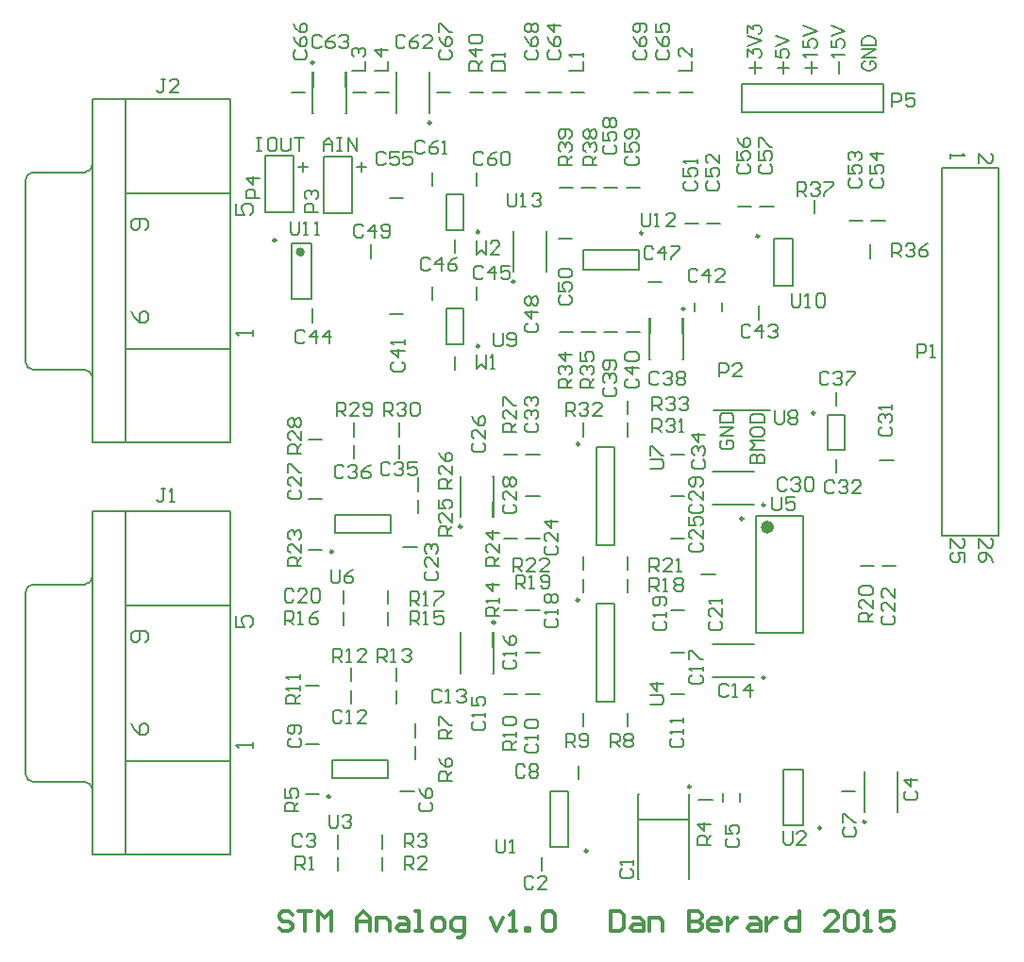
<source format=gto>
%FSLAX25Y25*%
%MOIN*%
G70*
G01*
G75*
G04 Layer_Color=65535*
%ADD10O,0.07874X0.01201*%
%ADD11R,0.05512X0.04724*%
%ADD12R,0.04724X0.05512*%
%ADD13O,0.08661X0.02362*%
%ADD14O,0.07087X0.01772*%
%ADD15R,0.08661X0.07874*%
%ADD16R,0.07874X0.08661*%
%ADD17O,0.09843X0.02756*%
%ADD18O,0.02756X0.09843*%
%ADD19O,0.02362X0.08661*%
%ADD20R,0.06693X0.04331*%
%ADD21R,0.09449X0.10236*%
%ADD22R,0.10236X0.04331*%
%ADD23C,0.01575*%
%ADD24C,0.00787*%
%ADD25C,0.04724*%
%ADD26C,0.02362*%
%ADD27C,0.02756*%
%ADD28C,0.03937*%
%ADD29R,0.05906X0.05906*%
%ADD30C,0.05906*%
%ADD31R,0.27559X0.27559*%
%ADD32R,0.05906X0.05906*%
%ADD33C,0.06654*%
%ADD34R,0.06654X0.06654*%
%ADD35C,0.18740*%
%ADD36C,0.03583*%
%ADD37C,0.05906*%
%ADD38C,0.00984*%
%ADD39C,0.00800*%
%ADD40C,0.01181*%
%ADD41C,0.00591*%
D23*
X69291Y246850D02*
G03*
X69291Y246850I-787J0D01*
G01*
D24*
X-4941Y202520D02*
G03*
X-7677Y205256I-2736J0D01*
G01*
X-28543Y208012D02*
G03*
X-25807Y205276I2736J0D01*
G01*
X-7677Y275059D02*
G03*
X-4941Y277795I0J2736D01*
G01*
X-25807Y275039D02*
G03*
X-28543Y272303I0J-2736D01*
G01*
X-25807Y129370D02*
G03*
X-28543Y126634I0J-2736D01*
G01*
X-7677Y129390D02*
G03*
X-4941Y132126I0J2736D01*
G01*
X-28543Y62343D02*
G03*
X-25807Y59606I2736J0D01*
G01*
X-4941Y56850D02*
G03*
X-7677Y59587I-2736J0D01*
G01*
X235925Y234744D02*
X242421D01*
X235925Y251476D02*
X242421D01*
Y234744D02*
Y251476D01*
X235925Y234744D02*
Y251476D01*
X191535Y236221D02*
X196260D01*
X295197Y146654D02*
X315197D01*
X295197Y276654D02*
X315197D01*
Y146654D02*
Y276654D01*
X295197Y146654D02*
Y276654D01*
X250000Y260433D02*
Y265158D01*
X214331Y190866D02*
X234331D01*
X66024Y260748D02*
Y280748D01*
X56024D02*
X66024D01*
X56024Y260748D02*
Y280748D01*
Y260748D02*
X66024D01*
X86693Y260591D02*
Y280591D01*
X76693D02*
X86693D01*
X76693Y260591D02*
Y280591D01*
Y260591D02*
X86693D01*
X269685Y244685D02*
Y249410D01*
X65354Y230315D02*
Y250000D01*
X72441Y230315D02*
Y250000D01*
X65354D02*
X72441D01*
X65354Y230315D02*
X72441D01*
X93504Y244685D02*
Y249410D01*
X72835Y222047D02*
Y226772D01*
X123031Y205315D02*
Y210039D01*
Y246654D02*
Y251378D01*
X274213Y135827D02*
X278937D01*
X257874Y192520D02*
Y197244D01*
Y168898D02*
Y173622D01*
X266339Y135827D02*
X271063D01*
X273228Y173228D02*
X277953D01*
X254823Y176772D02*
Y189370D01*
X260925Y176772D02*
Y189370D01*
X254823D02*
X260925D01*
X254823Y176772D02*
X260925D01*
X136811Y153150D02*
Y167717D01*
X125000Y153150D02*
Y167717D01*
X136614D02*
X136811D01*
X136614Y153150D02*
Y158465D01*
X125000Y167717D02*
X125197D01*
Y153150D02*
Y158465D01*
X202362Y303150D02*
X207087D01*
X156102D02*
X160827D01*
X148228D02*
X152953D01*
X223032Y262795D02*
X227756D01*
X155512Y239764D02*
Y254331D01*
X143701Y239764D02*
Y254331D01*
X155315D02*
X155512D01*
X155315Y239764D02*
Y245079D01*
X143701Y254331D02*
X143898D01*
Y239764D02*
Y245079D01*
X270276Y257874D02*
X275000D01*
X204331Y256890D02*
X209055D01*
X214173Y169291D02*
X228740D01*
X214173Y157480D02*
X228740D01*
X214173Y169095D02*
Y169291D01*
X223425Y169095D02*
X228740D01*
X214173Y157480D02*
Y157677D01*
X223425D02*
X228740D01*
X214173Y108268D02*
X228740D01*
X214173Y96457D02*
X228740D01*
X214173Y108071D02*
Y108268D01*
X223425Y108071D02*
X228740D01*
X214173Y96457D02*
Y96654D01*
X223425D02*
X228740D01*
X191929Y208858D02*
Y223425D01*
X203740Y208858D02*
Y223425D01*
X191929Y208858D02*
X192126D01*
Y218110D02*
Y223425D01*
X203543Y208858D02*
X203740D01*
X203543Y218110D02*
Y223425D01*
X125000Y98032D02*
Y112599D01*
X136811Y98032D02*
Y112599D01*
X125000Y98032D02*
X125197D01*
Y107283D02*
Y112599D01*
X136614Y98032D02*
X136811D01*
X136614Y107283D02*
Y112599D01*
X224331Y296181D02*
Y306181D01*
X274331D01*
X224331Y296181D02*
X274331D01*
Y306181D01*
X199409Y145669D02*
X204134D01*
X199409Y175197D02*
X204134D01*
X199409Y90551D02*
X204134D01*
X199409Y120079D02*
X204134D01*
X148228Y145669D02*
X152953D01*
X173031Y143110D02*
X179331D01*
X173031Y177756D02*
X179331D01*
Y143110D02*
Y177756D01*
X173031Y143110D02*
Y177756D01*
X80709Y147441D02*
X100394D01*
X80709Y153740D02*
X100394D01*
X80709Y147441D02*
Y153740D01*
X100394Y147441D02*
Y153740D01*
X79725Y60827D02*
X99410D01*
X79725Y67126D02*
X99410D01*
X79725Y60827D02*
Y67126D01*
X99410Y60827D02*
Y67126D01*
X238976Y63976D02*
X246063D01*
X238976Y44291D02*
X246063D01*
X238976D02*
Y63976D01*
X246063Y44291D02*
Y63976D01*
X162992Y36417D02*
Y56102D01*
X156693Y36417D02*
Y56102D01*
Y36417D02*
X162992D01*
X156693Y56102D02*
X162992D01*
X229528Y112205D02*
Y153543D01*
X246063Y112205D02*
Y153543D01*
X229528D02*
X246063D01*
X229528Y112205D02*
X246063D01*
X173031Y87992D02*
X179331D01*
X173031Y122638D02*
X179331D01*
Y87992D02*
Y122638D01*
X173031Y87992D02*
Y122638D01*
X119980Y226772D02*
X126083D01*
X119980Y214173D02*
X126083D01*
X119980D02*
Y226772D01*
X126083Y214173D02*
Y226772D01*
X119980Y267126D02*
X126083D01*
X119980Y254528D02*
X126083D01*
X119980D02*
Y267126D01*
X126083Y254528D02*
Y267126D01*
X168307Y247638D02*
X187992D01*
X168307Y240551D02*
X187992D01*
Y247638D01*
X168307Y240551D02*
Y247638D01*
X103347Y181693D02*
Y186417D01*
X102362Y95079D02*
Y99803D01*
X110236Y162402D02*
Y167126D01*
X109252Y75394D02*
Y80118D01*
X71457Y180512D02*
X76181D01*
X70473Y93504D02*
X75197D01*
X110236Y154528D02*
Y159252D01*
X109252Y67520D02*
Y72244D01*
X87599Y181693D02*
Y186417D01*
X86614Y95079D02*
Y99803D01*
X71457Y141732D02*
X76181D01*
X70473Y55118D02*
X75197D01*
X99410Y114764D02*
Y119488D01*
X97441Y28150D02*
Y32874D01*
X99410Y122638D02*
Y127362D01*
X97441Y36024D02*
Y40748D01*
X83662Y114764D02*
Y119488D01*
X81693Y28150D02*
Y32874D01*
X184055Y181693D02*
Y186417D01*
X140354Y175197D02*
X145079D01*
X168307Y181693D02*
Y186417D01*
X184055Y189567D02*
Y194291D01*
X184055Y79331D02*
Y84055D01*
X140354Y90551D02*
X145079D01*
X168307Y79331D02*
Y84055D01*
X184055Y126575D02*
Y131299D01*
X209252Y53150D02*
X213976D01*
X140354Y120079D02*
X145079D01*
X168307Y126575D02*
Y131299D01*
X184055Y134449D02*
Y139173D01*
X140354Y145669D02*
X145079D01*
X168307Y134449D02*
Y139173D01*
X160039Y218504D02*
X164764D01*
X160039Y269685D02*
X164764D01*
X104921Y142717D02*
X109646D01*
X103937Y56102D02*
X108661D01*
X71457Y159449D02*
X76181D01*
X70473Y72835D02*
X75197D01*
X103347Y173819D02*
Y178543D01*
X102362Y87205D02*
Y91929D01*
X87599Y173819D02*
Y178543D01*
X86614Y87205D02*
Y91929D01*
X83662Y122638D02*
Y127362D01*
X81693Y36024D02*
Y40748D01*
X199409Y105315D02*
X204134D01*
X166732Y60630D02*
Y65354D01*
X199409Y160433D02*
X204134D01*
X210236Y132874D02*
X214961D01*
X259843Y56102D02*
X264567D01*
X148228Y105315D02*
X152953D01*
X153937Y28150D02*
Y32874D01*
X148228Y160433D02*
X152953D01*
X148228Y175197D02*
X152953D01*
X223819Y52559D02*
Y55709D01*
X217913Y52559D02*
Y55709D01*
X148228Y90551D02*
X152953D01*
X279528Y48819D02*
Y63386D01*
X267717Y48819D02*
Y63386D01*
X279331D02*
X279528D01*
X279331Y48819D02*
Y54134D01*
X267717Y63386D02*
X267913D01*
Y48819D02*
Y54134D01*
X205709Y25394D02*
X205906D01*
X187795D02*
X187992D01*
X187795D02*
Y55315D01*
X205906Y25394D02*
Y55315D01*
X187795D02*
X187992D01*
X205709D02*
X205906D01*
X187795Y46260D02*
X205906D01*
X148228Y120079D02*
X152953D01*
X100000Y225000D02*
X104724D01*
X100000Y265748D02*
X104725D01*
X159744Y251476D02*
X164469D01*
X262402Y257874D02*
X267126D01*
X212205Y256890D02*
X216929D01*
X115157Y270276D02*
Y275000D01*
Y229921D02*
Y234646D01*
X130906Y270276D02*
Y275000D01*
Y229921D02*
Y234646D01*
X183661Y218504D02*
X188386D01*
X230906Y262795D02*
X235630D01*
X217323Y225787D02*
Y228937D01*
X207874Y225787D02*
Y228937D01*
X230315Y223032D02*
Y227756D01*
X183661Y269685D02*
X188386D01*
X175787D02*
X180512D01*
X175787Y218504D02*
X180512D01*
X167913Y269685D02*
X172638D01*
X167913Y218504D02*
X172638D01*
X194488Y303150D02*
X199213D01*
X186614D02*
X191339D01*
X113976Y295866D02*
Y301181D01*
Y310433D02*
X114173D01*
X102559Y295866D02*
Y301181D01*
X102362Y310433D02*
X102559D01*
X114173Y295866D02*
Y310433D01*
X102362Y295866D02*
Y310433D01*
X116732Y303150D02*
X121457D01*
X73032Y305118D02*
Y310433D01*
X72835Y295866D02*
X73032D01*
X84449Y305118D02*
Y310433D01*
Y295866D02*
X84646D01*
X72835D02*
Y310433D01*
X84646Y295866D02*
Y310433D01*
X65551Y303150D02*
X70276D01*
X163976Y303150D02*
X168701D01*
X95079Y303150D02*
X99803D01*
X87205D02*
X91929D01*
X136417Y303150D02*
X141142D01*
X128543D02*
X133268D01*
X6890Y179527D02*
Y300787D01*
X-4921D02*
X43898D01*
X-4921Y179527D02*
X43898D01*
X-28543Y208012D02*
Y272303D01*
X43898Y179527D02*
Y300787D01*
X6890Y267717D02*
X43898D01*
X-4921Y179527D02*
Y300787D01*
X6890Y212598D02*
X43898D01*
X-25787Y205256D02*
X-7677D01*
X-25787Y275059D02*
X-7677D01*
X-25787Y129390D02*
X-7677D01*
X-25787Y59587D02*
X-7677D01*
X6890Y66929D02*
X43898D01*
X-4921Y33858D02*
Y155118D01*
X6890Y122047D02*
X43898D01*
X43898Y33858D02*
Y155118D01*
X-28543Y62343D02*
Y126634D01*
X-4921Y33858D02*
X43898D01*
X-4921Y155118D02*
X43898D01*
X6890Y33858D02*
Y155118D01*
X193109Y248030D02*
X192322Y248817D01*
X190748D01*
X189961Y248030D01*
Y244882D01*
X190748Y244094D01*
X192322D01*
X193109Y244882D01*
X197045Y244094D02*
Y248817D01*
X194684Y246456D01*
X197832D01*
X199406Y248817D02*
X202555D01*
Y248030D01*
X199406Y244882D01*
Y244094D01*
X286417Y209646D02*
Y214369D01*
X288779D01*
X289566Y213581D01*
Y212007D01*
X288779Y211220D01*
X286417D01*
X291140Y209646D02*
X292715D01*
X291927D01*
Y214369D01*
X291140Y213581D01*
X67913Y276968D02*
X71062D01*
X69488Y278542D02*
Y275394D01*
X88583Y276968D02*
X91731D01*
X90157Y278542D02*
Y275394D01*
X53150Y287203D02*
X54724D01*
X53937D01*
Y282480D01*
X53150D01*
X54724D01*
X59447Y287203D02*
X57873D01*
X57085Y286416D01*
Y283267D01*
X57873Y282480D01*
X59447D01*
X60234Y283267D01*
Y286416D01*
X59447Y287203D01*
X61808D02*
Y283267D01*
X62595Y282480D01*
X64170D01*
X64957Y283267D01*
Y287203D01*
X66531D02*
X69680D01*
X68105D01*
Y282480D01*
X76772D02*
Y285629D01*
X78346Y287203D01*
X79920Y285629D01*
Y282480D01*
Y284842D01*
X76772D01*
X81495Y287203D02*
X83069D01*
X82282D01*
Y282480D01*
X81495D01*
X83069D01*
X85430D02*
Y287203D01*
X88579Y282480D01*
Y287203D01*
X227561Y172244D02*
X232283D01*
Y174606D01*
X231496Y175393D01*
X230709D01*
X229922Y174606D01*
Y172244D01*
Y174606D01*
X229135Y175393D01*
X228348D01*
X227561Y174606D01*
Y172244D01*
X232283Y176967D02*
X227561D01*
X229135Y178541D01*
X227561Y180116D01*
X232283D01*
X227561Y184051D02*
Y182477D01*
X228348Y181690D01*
X231496D01*
X232283Y182477D01*
Y184051D01*
X231496Y184838D01*
X228348D01*
X227561Y184051D01*
Y186413D02*
X232283D01*
Y188774D01*
X231496Y189561D01*
X228348D01*
X227561Y188774D01*
Y186413D01*
X217521Y180314D02*
X216734Y179527D01*
Y177953D01*
X217521Y177165D01*
X220670D01*
X221457Y177953D01*
Y179527D01*
X220670Y180314D01*
X219095D01*
Y178740D01*
X221457Y181888D02*
X216734D01*
X221457Y185037D01*
X216734D01*
Y186611D02*
X221457D01*
Y188973D01*
X220670Y189760D01*
X217521D01*
X216734Y188973D01*
Y186611D01*
X242126Y232085D02*
Y228149D01*
X242913Y227362D01*
X244487D01*
X245275Y228149D01*
Y232085D01*
X246849Y227362D02*
X248423D01*
X247636D01*
Y232085D01*
X246849Y231298D01*
X250785D02*
X251572Y232085D01*
X253146D01*
X253933Y231298D01*
Y228149D01*
X253146Y227362D01*
X251572D01*
X250785Y228149D01*
Y231298D01*
X244094Y266732D02*
Y271455D01*
X246456D01*
X247243Y270668D01*
Y269094D01*
X246456Y268307D01*
X244094D01*
X245669D02*
X247243Y266732D01*
X248817Y270668D02*
X249605Y271455D01*
X251179D01*
X251966Y270668D01*
Y269881D01*
X251179Y269094D01*
X250392D01*
X251179D01*
X251966Y268307D01*
Y267519D01*
X251179Y266732D01*
X249605D01*
X248817Y267519D01*
X253540Y271455D02*
X256689D01*
Y270668D01*
X253540Y267519D01*
Y266732D01*
X216535Y202756D02*
Y207479D01*
X218897D01*
X219684Y206692D01*
Y205117D01*
X218897Y204330D01*
X216535D01*
X224407Y202756D02*
X221258D01*
X224407Y205905D01*
Y206692D01*
X223620Y207479D01*
X222045D01*
X221258Y206692D01*
X54134Y265748D02*
X49411D01*
Y268109D01*
X50198Y268897D01*
X51772D01*
X52560Y268109D01*
Y265748D01*
X54134Y272832D02*
X49411D01*
X51772Y270471D01*
Y273620D01*
X74803Y260827D02*
X70080D01*
Y263188D01*
X70868Y263975D01*
X72442D01*
X73229Y263188D01*
Y260827D01*
X70868Y265550D02*
X70080Y266337D01*
Y267911D01*
X70868Y268698D01*
X71655D01*
X72442Y267911D01*
Y267124D01*
Y267911D01*
X73229Y268698D01*
X74016D01*
X74803Y267911D01*
Y266337D01*
X74016Y265550D01*
X277559Y245079D02*
Y249802D01*
X279921D01*
X280708Y249014D01*
Y247440D01*
X279921Y246653D01*
X277559D01*
X279133D02*
X280708Y245079D01*
X282282Y249014D02*
X283069Y249802D01*
X284643D01*
X285431Y249014D01*
Y248227D01*
X284643Y247440D01*
X283856D01*
X284643D01*
X285431Y246653D01*
Y245866D01*
X284643Y245079D01*
X283069D01*
X282282Y245866D01*
X290154Y249802D02*
X288579Y249014D01*
X287005Y247440D01*
Y245866D01*
X287792Y245079D01*
X289366D01*
X290154Y245866D01*
Y246653D01*
X289366Y247440D01*
X287005D01*
X90747Y255904D02*
X89960Y256691D01*
X88386D01*
X87599Y255904D01*
Y252756D01*
X88386Y251969D01*
X89960D01*
X90747Y252756D01*
X94683Y251969D02*
Y256691D01*
X92321Y254330D01*
X95470D01*
X97044Y252756D02*
X97831Y251969D01*
X99406D01*
X100193Y252756D01*
Y255904D01*
X99406Y256691D01*
X97831D01*
X97044Y255904D01*
Y255117D01*
X97831Y254330D01*
X100193D01*
X130906Y210432D02*
Y205709D01*
X132480Y207283D01*
X134054Y205709D01*
Y210432D01*
X135628Y205709D02*
X137203D01*
X136416D01*
Y210432D01*
X135628Y209645D01*
X130906Y250786D02*
Y246063D01*
X132480Y247637D01*
X134054Y246063D01*
Y250786D01*
X138777Y246063D02*
X135628D01*
X138777Y249212D01*
Y249999D01*
X137990Y250786D01*
X136416D01*
X135628Y249999D01*
X129923Y179330D02*
X129135Y178543D01*
Y176968D01*
X129923Y176181D01*
X133071D01*
X133858Y176968D01*
Y178543D01*
X133071Y179330D01*
X133858Y184053D02*
Y180904D01*
X130710Y184053D01*
X129923D01*
X129135Y183265D01*
Y181691D01*
X129923Y180904D01*
X129135Y188776D02*
X129923Y187201D01*
X131497Y185627D01*
X133071D01*
X133858Y186414D01*
Y187988D01*
X133071Y188776D01*
X132284D01*
X131497Y187988D01*
Y185627D01*
X148623Y318109D02*
X147836Y317322D01*
Y315748D01*
X148623Y314961D01*
X151772D01*
X152559Y315748D01*
Y317322D01*
X151772Y318109D01*
X147836Y322832D02*
X148623Y321258D01*
X150198Y319684D01*
X151772D01*
X152559Y320471D01*
Y322045D01*
X151772Y322832D01*
X150985D01*
X150198Y322045D01*
Y319684D01*
X148623Y324406D02*
X147836Y325194D01*
Y326768D01*
X148623Y327555D01*
X149410D01*
X150198Y326768D01*
X150985Y327555D01*
X151772D01*
X152559Y326768D01*
Y325194D01*
X151772Y324406D01*
X150985D01*
X150198Y325194D01*
X149410Y324406D01*
X148623D01*
X150198Y325194D02*
Y326768D01*
X156497Y318109D02*
X155710Y317322D01*
Y315748D01*
X156497Y314961D01*
X159646D01*
X160433Y315748D01*
Y317322D01*
X159646Y318109D01*
X155710Y322832D02*
X156497Y321258D01*
X158072Y319684D01*
X159646D01*
X160433Y320471D01*
Y322045D01*
X159646Y322832D01*
X158859D01*
X158072Y322045D01*
Y319684D01*
X160433Y326768D02*
X155710D01*
X158072Y324406D01*
Y327555D01*
X201970Y311024D02*
X206693D01*
Y314172D01*
Y318895D02*
Y315746D01*
X203544Y318895D01*
X202757D01*
X201970Y318108D01*
Y316534D01*
X202757Y315746D01*
X223427Y277755D02*
X222639Y276968D01*
Y275394D01*
X223427Y274606D01*
X226575D01*
X227362Y275394D01*
Y276968D01*
X226575Y277755D01*
X222639Y282478D02*
Y279329D01*
X225001D01*
X224214Y280904D01*
Y281691D01*
X225001Y282478D01*
X226575D01*
X227362Y281691D01*
Y280116D01*
X226575Y279329D01*
X222639Y287201D02*
X223427Y285626D01*
X225001Y284052D01*
X226575D01*
X227362Y284839D01*
Y286414D01*
X226575Y287201D01*
X225788D01*
X225001Y286414D01*
Y284052D01*
X148623Y221653D02*
X147836Y220865D01*
Y219291D01*
X148623Y218504D01*
X151772D01*
X152559Y219291D01*
Y220865D01*
X151772Y221653D01*
X152559Y225588D02*
X147836D01*
X150198Y223227D01*
Y226375D01*
X148623Y227950D02*
X147836Y228737D01*
Y230311D01*
X148623Y231098D01*
X149410D01*
X150198Y230311D01*
X150985Y231098D01*
X151772D01*
X152559Y230311D01*
Y228737D01*
X151772Y227950D01*
X150985D01*
X150198Y228737D01*
X149410Y227950D01*
X148623D01*
X150198Y228737D02*
Y230311D01*
X270671Y272834D02*
X269883Y272046D01*
Y270472D01*
X270671Y269685D01*
X273819D01*
X274606Y270472D01*
Y272046D01*
X273819Y272834D01*
X269883Y277557D02*
Y274408D01*
X272245D01*
X271458Y275982D01*
Y276769D01*
X272245Y277557D01*
X273819D01*
X274606Y276769D01*
Y275195D01*
X273819Y274408D01*
X274606Y281492D02*
X269883D01*
X272245Y279131D01*
Y282279D01*
X204726Y271849D02*
X203939Y271062D01*
Y269488D01*
X204726Y268701D01*
X207874D01*
X208662Y269488D01*
Y271062D01*
X207874Y271849D01*
X203939Y276572D02*
Y273424D01*
X206300D01*
X205513Y274998D01*
Y275785D01*
X206300Y276572D01*
X207874D01*
X208662Y275785D01*
Y274211D01*
X207874Y273424D01*
X208662Y278147D02*
Y279721D01*
Y278934D01*
X203939D01*
X204726Y278147D01*
X240353Y166337D02*
X239566Y167124D01*
X237992D01*
X237205Y166337D01*
Y163189D01*
X237992Y162402D01*
X239566D01*
X240353Y163189D01*
X241928Y166337D02*
X242715Y167124D01*
X244289D01*
X245076Y166337D01*
Y165550D01*
X244289Y164763D01*
X243502D01*
X244289D01*
X245076Y163976D01*
Y163189D01*
X244289Y162402D01*
X242715D01*
X241928Y163189D01*
X246651Y166337D02*
X247438Y167124D01*
X249012D01*
X249799Y166337D01*
Y163189D01*
X249012Y162402D01*
X247438D01*
X246651Y163189D01*
Y166337D01*
X219684Y93503D02*
X218897Y94290D01*
X217323D01*
X216535Y93503D01*
Y90354D01*
X217323Y89567D01*
X218897D01*
X219684Y90354D01*
X221258Y89567D02*
X222833D01*
X222045D01*
Y94290D01*
X221258Y93503D01*
X227555Y89567D02*
Y94290D01*
X225194Y91928D01*
X228343D01*
X195078Y203739D02*
X194291Y204526D01*
X192716D01*
X191929Y203739D01*
Y200590D01*
X192716Y199803D01*
X194291D01*
X195078Y200590D01*
X196652Y203739D02*
X197439Y204526D01*
X199013D01*
X199801Y203739D01*
Y202952D01*
X199013Y202165D01*
X198226D01*
X199013D01*
X199801Y201378D01*
Y200590D01*
X199013Y199803D01*
X197439D01*
X196652Y200590D01*
X201375Y203739D02*
X202162Y204526D01*
X203736D01*
X204523Y203739D01*
Y202952D01*
X203736Y202165D01*
X204523Y201378D01*
Y200590D01*
X203736Y199803D01*
X202162D01*
X201375Y200590D01*
Y201378D01*
X202162Y202165D01*
X201375Y202952D01*
Y203739D01*
X202162Y202165D02*
X203736D01*
X129922Y80905D02*
X129135Y80117D01*
Y78543D01*
X129922Y77756D01*
X133071D01*
X133858Y78543D01*
Y80117D01*
X133071Y80905D01*
X133858Y82479D02*
Y84053D01*
Y83266D01*
X129135D01*
X129922Y82479D01*
X129135Y89563D02*
Y86414D01*
X131497D01*
X130710Y87989D01*
Y88776D01*
X131497Y89563D01*
X133071D01*
X133858Y88776D01*
Y87202D01*
X133071Y86414D01*
X64961Y257676D02*
Y253740D01*
X65748Y252953D01*
X67322D01*
X68109Y253740D01*
Y257676D01*
X69684Y252953D02*
X71258D01*
X70471D01*
Y257676D01*
X69684Y256889D01*
X73619Y252953D02*
X75194D01*
X74406D01*
Y257676D01*
X73619Y256889D01*
X277559Y298228D02*
Y302951D01*
X279921D01*
X280708Y302164D01*
Y300590D01*
X279921Y299803D01*
X277559D01*
X285431Y302951D02*
X282282D01*
Y300590D01*
X283856Y301377D01*
X284643D01*
X285431Y300590D01*
Y299015D01*
X284643Y298228D01*
X283069D01*
X282282Y299015D01*
X20865Y163187D02*
X19291D01*
X20078D01*
Y159252D01*
X19291Y158465D01*
X18504D01*
X17717Y159252D01*
X22439Y158465D02*
X24014D01*
X23227D01*
Y163187D01*
X22439Y162400D01*
X206694Y143897D02*
X205907Y143110D01*
Y141535D01*
X206694Y140748D01*
X209843D01*
X210630Y141535D01*
Y143110D01*
X209843Y143897D01*
X210630Y148620D02*
Y145471D01*
X207481Y148620D01*
X206694D01*
X205907Y147832D01*
Y146258D01*
X206694Y145471D01*
X205907Y153342D02*
Y150194D01*
X208268D01*
X207481Y151768D01*
Y152555D01*
X208268Y153342D01*
X209843D01*
X210630Y152555D01*
Y150981D01*
X209843Y150194D01*
X207679Y173424D02*
X206891Y172637D01*
Y171063D01*
X207679Y170276D01*
X210827D01*
X211614Y171063D01*
Y172637D01*
X210827Y173424D01*
X207679Y174998D02*
X206891Y175786D01*
Y177360D01*
X207679Y178147D01*
X208466D01*
X209253Y177360D01*
Y176573D01*
Y177360D01*
X210040Y178147D01*
X210827D01*
X211614Y177360D01*
Y175786D01*
X210827Y174998D01*
X211614Y182083D02*
X206891D01*
X209253Y179721D01*
Y182870D01*
X199804Y74999D02*
X199017Y74212D01*
Y72638D01*
X199804Y71850D01*
X202953D01*
X203740Y72638D01*
Y74212D01*
X202953Y74999D01*
X203740Y76573D02*
Y78148D01*
Y77360D01*
X199017D01*
X199804Y76573D01*
X203740Y80509D02*
Y82083D01*
Y81296D01*
X199017D01*
X199804Y80509D01*
X193899Y116338D02*
X193112Y115550D01*
Y113976D01*
X193899Y113189D01*
X197047D01*
X197835Y113976D01*
Y115550D01*
X197047Y116338D01*
X197835Y117912D02*
Y119486D01*
Y118699D01*
X193112D01*
X193899Y117912D01*
X197047Y121848D02*
X197835Y122635D01*
Y124209D01*
X197047Y124996D01*
X193899D01*
X193112Y124209D01*
Y122635D01*
X193899Y121848D01*
X194686D01*
X195473Y122635D01*
Y124996D01*
X155513Y142912D02*
X154726Y142125D01*
Y140551D01*
X155513Y139764D01*
X158662D01*
X159449Y140551D01*
Y142125D01*
X158662Y142912D01*
X159449Y147635D02*
Y144487D01*
X156300Y147635D01*
X155513D01*
X154726Y146848D01*
Y145274D01*
X155513Y144487D01*
X159449Y151571D02*
X154726D01*
X157087Y149210D01*
Y152358D01*
X192128Y170276D02*
X196063D01*
X196850Y171063D01*
Y172637D01*
X196063Y173424D01*
X192128D01*
Y174998D02*
Y178147D01*
X192915D01*
X196063Y174998D01*
X196850D01*
X79331Y134644D02*
Y130709D01*
X80118Y129921D01*
X81692D01*
X82479Y130709D01*
Y134644D01*
X87202D02*
X85628Y133857D01*
X84054Y132283D01*
Y130709D01*
X84841Y129921D01*
X86415D01*
X87202Y130709D01*
Y131496D01*
X86415Y132283D01*
X84054D01*
X78740Y48030D02*
Y44094D01*
X79527Y43307D01*
X81102D01*
X81889Y44094D01*
Y48030D01*
X83463Y47243D02*
X84250Y48030D01*
X85825D01*
X86612Y47243D01*
Y46456D01*
X85825Y45669D01*
X85037D01*
X85825D01*
X86612Y44881D01*
Y44094D01*
X85825Y43307D01*
X84250D01*
X83463Y44094D01*
X239173Y42125D02*
Y38189D01*
X239960Y37402D01*
X241535D01*
X242322Y38189D01*
Y42125D01*
X247045Y37402D02*
X243896D01*
X247045Y40550D01*
Y41337D01*
X246257Y42125D01*
X244683D01*
X243896Y41337D01*
X137795Y39172D02*
Y35236D01*
X138582Y34449D01*
X140157D01*
X140944Y35236D01*
Y39172D01*
X142518Y34449D02*
X144093D01*
X143305D01*
Y39172D01*
X142518Y38385D01*
X235236Y160235D02*
Y156299D01*
X236023Y155512D01*
X237598D01*
X238385Y156299D01*
Y160235D01*
X243108D02*
X239959D01*
Y157873D01*
X241533Y158660D01*
X242321D01*
X243108Y157873D01*
Y156299D01*
X242321Y155512D01*
X240746D01*
X239959Y156299D01*
X192128Y87008D02*
X196063D01*
X196850Y87795D01*
Y89369D01*
X196063Y90157D01*
X192128D01*
X196850Y94092D02*
X192128D01*
X194489Y91731D01*
Y94879D01*
X136811Y218306D02*
Y214370D01*
X137598Y213583D01*
X139172D01*
X139960Y214370D01*
Y218306D01*
X141534Y214370D02*
X142321Y213583D01*
X143895D01*
X144683Y214370D01*
Y217518D01*
X143895Y218306D01*
X142321D01*
X141534Y217518D01*
Y216731D01*
X142321Y215944D01*
X144683D01*
X141732Y267518D02*
Y263582D01*
X142519Y262795D01*
X144094D01*
X144881Y263582D01*
Y267518D01*
X146455Y262795D02*
X148029D01*
X147242D01*
Y267518D01*
X146455Y266731D01*
X150391D02*
X151178Y267518D01*
X152752D01*
X153540Y266731D01*
Y265944D01*
X152752Y265157D01*
X151965D01*
X152752D01*
X153540Y264370D01*
Y263582D01*
X152752Y262795D01*
X151178D01*
X150391Y263582D01*
X188976Y260628D02*
Y256693D01*
X189763Y255906D01*
X191338D01*
X192125Y256693D01*
Y260628D01*
X193699Y255906D02*
X195274D01*
X194486D01*
Y260628D01*
X193699Y259841D01*
X200784Y255906D02*
X197635D01*
X200784Y259054D01*
Y259841D01*
X199996Y260628D01*
X198422D01*
X197635Y259841D01*
X98032Y188976D02*
Y193699D01*
X100393D01*
X101180Y192912D01*
Y191338D01*
X100393Y190551D01*
X98032D01*
X99606D02*
X101180Y188976D01*
X102754Y192912D02*
X103542Y193699D01*
X105116D01*
X105903Y192912D01*
Y192125D01*
X105116Y191338D01*
X104329D01*
X105116D01*
X105903Y190551D01*
Y189764D01*
X105116Y188976D01*
X103542D01*
X102754Y189764D01*
X107477Y192912D02*
X108265Y193699D01*
X109839D01*
X110626Y192912D01*
Y189764D01*
X109839Y188976D01*
X108265D01*
X107477Y189764D01*
Y192912D01*
X95866Y101969D02*
Y106691D01*
X98228D01*
X99015Y105904D01*
Y104330D01*
X98228Y103543D01*
X95866D01*
X97440D02*
X99015Y101969D01*
X100589D02*
X102163D01*
X101376D01*
Y106691D01*
X100589Y105904D01*
X104525D02*
X105312Y106691D01*
X106886D01*
X107673Y105904D01*
Y105117D01*
X106886Y104330D01*
X106099D01*
X106886D01*
X107673Y103543D01*
Y102756D01*
X106886Y101969D01*
X105312D01*
X104525Y102756D01*
X122047Y163386D02*
X117324D01*
Y165747D01*
X118112Y166534D01*
X119686D01*
X120473Y165747D01*
Y163386D01*
Y164960D02*
X122047Y166534D01*
Y171257D02*
Y168109D01*
X118899Y171257D01*
X118112D01*
X117324Y170470D01*
Y168896D01*
X118112Y168109D01*
X117324Y175980D02*
X118112Y174406D01*
X119686Y172832D01*
X121260D01*
X122047Y173619D01*
Y175193D01*
X121260Y175980D01*
X120473D01*
X119686Y175193D01*
Y172832D01*
X122047Y74803D02*
X117324D01*
Y77165D01*
X118112Y77952D01*
X119686D01*
X120473Y77165D01*
Y74803D01*
Y76377D02*
X122047Y77952D01*
X117324Y79526D02*
Y82675D01*
X118112D01*
X121260Y79526D01*
X122047D01*
X68898Y175591D02*
X64175D01*
Y177952D01*
X64962Y178739D01*
X66536D01*
X67323Y177952D01*
Y175591D01*
Y177165D02*
X68898Y178739D01*
Y183462D02*
Y180314D01*
X65749Y183462D01*
X64962D01*
X64175Y182675D01*
Y181101D01*
X64962Y180314D01*
Y185036D02*
X64175Y185824D01*
Y187398D01*
X64962Y188185D01*
X65749D01*
X66536Y187398D01*
X67323Y188185D01*
X68111D01*
X68898Y187398D01*
Y185824D01*
X68111Y185036D01*
X67323D01*
X66536Y185824D01*
X65749Y185036D01*
X64962D01*
X66536Y185824D02*
Y187398D01*
X68307Y87205D02*
X63584D01*
Y89566D01*
X64371Y90353D01*
X65946D01*
X66733Y89566D01*
Y87205D01*
Y88779D02*
X68307Y90353D01*
Y91928D02*
Y93502D01*
Y92715D01*
X63584D01*
X64371Y91928D01*
X68307Y95863D02*
Y97438D01*
Y96650D01*
X63584D01*
X64371Y95863D01*
X122047Y146654D02*
X117324D01*
Y149015D01*
X118112Y149802D01*
X119686D01*
X120473Y149015D01*
Y146654D01*
Y148228D02*
X122047Y149802D01*
Y154525D02*
Y151376D01*
X118899Y154525D01*
X118112D01*
X117324Y153738D01*
Y152164D01*
X118112Y151376D01*
X117324Y159248D02*
Y156099D01*
X119686D01*
X118899Y157674D01*
Y158461D01*
X119686Y159248D01*
X121260D01*
X122047Y158461D01*
Y156886D01*
X121260Y156099D01*
X122047Y60039D02*
X117324D01*
Y62401D01*
X118112Y63188D01*
X119686D01*
X120473Y62401D01*
Y60039D01*
Y61614D02*
X122047Y63188D01*
X117324Y67911D02*
X118112Y66337D01*
X119686Y64762D01*
X121260D01*
X122047Y65549D01*
Y67124D01*
X121260Y67911D01*
X120473D01*
X119686Y67124D01*
Y64762D01*
X81299Y188976D02*
Y193699D01*
X83661D01*
X84448Y192912D01*
Y191338D01*
X83661Y190551D01*
X81299D01*
X82874D02*
X84448Y188976D01*
X89171D02*
X86022D01*
X89171Y192125D01*
Y192912D01*
X88384Y193699D01*
X86809D01*
X86022Y192912D01*
X90745Y189764D02*
X91532Y188976D01*
X93107D01*
X93894Y189764D01*
Y192912D01*
X93107Y193699D01*
X91532D01*
X90745Y192912D01*
Y192125D01*
X91532Y191338D01*
X93894D01*
X80118Y101969D02*
Y106692D01*
X82480D01*
X83267Y105904D01*
Y104330D01*
X82480Y103543D01*
X80118D01*
X81692D02*
X83267Y101969D01*
X84841D02*
X86415D01*
X85628D01*
Y106692D01*
X84841Y105904D01*
X91925Y101969D02*
X88777D01*
X91925Y105117D01*
Y105904D01*
X91138Y106692D01*
X89564D01*
X88777Y105904D01*
X68898Y135827D02*
X64175D01*
Y138188D01*
X64962Y138975D01*
X66536D01*
X67323Y138188D01*
Y135827D01*
Y137401D02*
X68898Y138975D01*
Y143698D02*
Y140550D01*
X65749Y143698D01*
X64962D01*
X64175Y142911D01*
Y141337D01*
X64962Y140550D01*
Y145273D02*
X64175Y146060D01*
Y147634D01*
X64962Y148421D01*
X65749D01*
X66536Y147634D01*
Y146847D01*
Y147634D01*
X67323Y148421D01*
X68111D01*
X68898Y147634D01*
Y146060D01*
X68111Y145273D01*
X67913Y49213D02*
X63191D01*
Y51574D01*
X63978Y52361D01*
X65552D01*
X66339Y51574D01*
Y49213D01*
Y50787D02*
X67913Y52361D01*
X63191Y57084D02*
Y53935D01*
X65552D01*
X64765Y55510D01*
Y56297D01*
X65552Y57084D01*
X67126D01*
X67913Y56297D01*
Y54723D01*
X67126Y53935D01*
X107283Y115157D02*
Y119880D01*
X109645D01*
X110432Y119093D01*
Y117519D01*
X109645Y116732D01*
X107283D01*
X108858D02*
X110432Y115157D01*
X112006D02*
X113581D01*
X112794D01*
Y119880D01*
X112006Y119093D01*
X119091Y119880D02*
X115942D01*
Y117519D01*
X117516Y118306D01*
X118304D01*
X119091Y117519D01*
Y115945D01*
X118304Y115157D01*
X116729D01*
X115942Y115945D01*
X105315Y28543D02*
Y33266D01*
X107676D01*
X108464Y32479D01*
Y30905D01*
X107676Y30117D01*
X105315D01*
X106889D02*
X108464Y28543D01*
X113186D02*
X110038D01*
X113186Y31692D01*
Y32479D01*
X112399Y33266D01*
X110825D01*
X110038Y32479D01*
X107283Y122047D02*
Y126770D01*
X109645D01*
X110432Y125983D01*
Y124409D01*
X109645Y123622D01*
X107283D01*
X108858D02*
X110432Y122047D01*
X112006D02*
X113581D01*
X112794D01*
Y126770D01*
X112006Y125983D01*
X115942Y126770D02*
X119091D01*
Y125983D01*
X115942Y122835D01*
Y122047D01*
X105315Y36417D02*
Y41140D01*
X107676D01*
X108464Y40353D01*
Y38779D01*
X107676Y37992D01*
X105315D01*
X106889D02*
X108464Y36417D01*
X110038Y40353D02*
X110825Y41140D01*
X112399D01*
X113186Y40353D01*
Y39566D01*
X112399Y38779D01*
X111612D01*
X112399D01*
X113186Y37992D01*
Y37205D01*
X112399Y36417D01*
X110825D01*
X110038Y37205D01*
X62992Y115157D02*
Y119880D01*
X65354D01*
X66141Y119093D01*
Y117519D01*
X65354Y116732D01*
X62992D01*
X64566D02*
X66141Y115157D01*
X67715D02*
X69289D01*
X68502D01*
Y119880D01*
X67715Y119093D01*
X74799Y119880D02*
X73225Y119093D01*
X71651Y117519D01*
Y115945D01*
X72438Y115157D01*
X74012D01*
X74799Y115945D01*
Y116732D01*
X74012Y117519D01*
X71651D01*
X66929Y28543D02*
Y33266D01*
X69291D01*
X70078Y32479D01*
Y30905D01*
X69291Y30118D01*
X66929D01*
X68503D02*
X70078Y28543D01*
X71652D02*
X73226D01*
X72439D01*
Y33266D01*
X71652Y32479D01*
X192913Y183071D02*
Y187794D01*
X195275D01*
X196062Y187007D01*
Y185432D01*
X195275Y184645D01*
X192913D01*
X194488D02*
X196062Y183071D01*
X197636Y187007D02*
X198424Y187794D01*
X199998D01*
X200785Y187007D01*
Y186220D01*
X199998Y185432D01*
X199211D01*
X199998D01*
X200785Y184645D01*
Y183858D01*
X199998Y183071D01*
X198424D01*
X197636Y183858D01*
X202359Y183071D02*
X203934D01*
X203146D01*
Y187794D01*
X202359Y187007D01*
X144685Y183071D02*
X139962D01*
Y185432D01*
X140749Y186220D01*
X142324D01*
X143111Y185432D01*
Y183071D01*
Y184645D02*
X144685Y186220D01*
Y190942D02*
Y187794D01*
X141536Y190942D01*
X140749D01*
X139962Y190155D01*
Y188581D01*
X140749Y187794D01*
X139962Y192517D02*
Y195665D01*
X140749D01*
X143898Y192517D01*
X144685D01*
X162402Y188976D02*
Y193699D01*
X164763D01*
X165550Y192912D01*
Y191338D01*
X164763Y190551D01*
X162402D01*
X163976D02*
X165550Y188976D01*
X167124Y192912D02*
X167912Y193699D01*
X169486D01*
X170273Y192912D01*
Y192125D01*
X169486Y191338D01*
X168699D01*
X169486D01*
X170273Y190551D01*
Y189764D01*
X169486Y188976D01*
X167912D01*
X167124Y189764D01*
X174996Y188976D02*
X171847D01*
X174996Y192125D01*
Y192912D01*
X174209Y193699D01*
X172634D01*
X171847Y192912D01*
X192913Y190945D02*
Y195668D01*
X195275D01*
X196062Y194881D01*
Y193306D01*
X195275Y192519D01*
X192913D01*
X194488D02*
X196062Y190945D01*
X197636Y194881D02*
X198424Y195668D01*
X199998D01*
X200785Y194881D01*
Y194094D01*
X199998Y193306D01*
X199211D01*
X199998D01*
X200785Y192519D01*
Y191732D01*
X199998Y190945D01*
X198424D01*
X197636Y191732D01*
X202359Y194881D02*
X203146Y195668D01*
X204721D01*
X205508Y194881D01*
Y194094D01*
X204721Y193306D01*
X203934D01*
X204721D01*
X205508Y192519D01*
Y191732D01*
X204721Y190945D01*
X203146D01*
X202359Y191732D01*
X178150Y71850D02*
Y76573D01*
X180511D01*
X181298Y75786D01*
Y74212D01*
X180511Y73425D01*
X178150D01*
X179724D02*
X181298Y71850D01*
X182872Y75786D02*
X183660Y76573D01*
X185234D01*
X186021Y75786D01*
Y74999D01*
X185234Y74212D01*
X186021Y73425D01*
Y72638D01*
X185234Y71850D01*
X183660D01*
X182872Y72638D01*
Y73425D01*
X183660Y74212D01*
X182872Y74999D01*
Y75786D01*
X183660Y74212D02*
X185234D01*
X144685Y70866D02*
X139962D01*
Y73228D01*
X140749Y74015D01*
X142324D01*
X143111Y73228D01*
Y70866D01*
Y72440D02*
X144685Y74015D01*
Y75589D02*
Y77163D01*
Y76376D01*
X139962D01*
X140749Y75589D01*
Y79525D02*
X139962Y80312D01*
Y81886D01*
X140749Y82673D01*
X143898D01*
X144685Y81886D01*
Y80312D01*
X143898Y79525D01*
X140749D01*
X162402Y71850D02*
Y76573D01*
X164763D01*
X165550Y75786D01*
Y74212D01*
X164763Y73425D01*
X162402D01*
X163976D02*
X165550Y71850D01*
X167124Y72638D02*
X167912Y71850D01*
X169486D01*
X170273Y72638D01*
Y75786D01*
X169486Y76573D01*
X167912D01*
X167124Y75786D01*
Y74999D01*
X167912Y74212D01*
X170273D01*
X191929Y126969D02*
Y131691D01*
X194291D01*
X195078Y130904D01*
Y129330D01*
X194291Y128543D01*
X191929D01*
X193503D02*
X195078Y126969D01*
X196652D02*
X198226D01*
X197439D01*
Y131691D01*
X196652Y130904D01*
X200588D02*
X201375Y131691D01*
X202949D01*
X203736Y130904D01*
Y130117D01*
X202949Y129330D01*
X203736Y128543D01*
Y127756D01*
X202949Y126969D01*
X201375D01*
X200588Y127756D01*
Y128543D01*
X201375Y129330D01*
X200588Y130117D01*
Y130904D01*
X201375Y129330D02*
X202949D01*
X213583Y37402D02*
X208860D01*
Y39763D01*
X209647Y40550D01*
X211221D01*
X212008Y39763D01*
Y37402D01*
Y38976D02*
X213583Y40550D01*
Y44486D02*
X208860D01*
X211221Y42125D01*
Y45273D01*
X138779Y118110D02*
X134057D01*
Y120472D01*
X134844Y121259D01*
X136418D01*
X137205Y120472D01*
Y118110D01*
Y119685D02*
X138779Y121259D01*
Y122833D02*
Y124407D01*
Y123620D01*
X134057D01*
X134844Y122833D01*
X138779Y129130D02*
X134057D01*
X136418Y126769D01*
Y129918D01*
X144685Y127953D02*
Y132676D01*
X147046D01*
X147834Y131888D01*
Y130314D01*
X147046Y129527D01*
X144685D01*
X146259D02*
X147834Y127953D01*
X149408D02*
X150982D01*
X150195D01*
Y132676D01*
X149408Y131888D01*
X153344Y128740D02*
X154131Y127953D01*
X155705D01*
X156492Y128740D01*
Y131888D01*
X155705Y132676D01*
X154131D01*
X153344Y131888D01*
Y131101D01*
X154131Y130314D01*
X156492D01*
X191929Y133858D02*
Y138581D01*
X194291D01*
X195078Y137794D01*
Y136220D01*
X194291Y135433D01*
X191929D01*
X193503D02*
X195078Y133858D01*
X199801D02*
X196652D01*
X199801Y137007D01*
Y137794D01*
X199013Y138581D01*
X197439D01*
X196652Y137794D01*
X201375Y133858D02*
X202949D01*
X202162D01*
Y138581D01*
X201375Y137794D01*
X138779Y135827D02*
X134057D01*
Y138188D01*
X134844Y138975D01*
X136418D01*
X137205Y138188D01*
Y135827D01*
Y137401D02*
X138779Y138975D01*
Y143698D02*
Y140550D01*
X135631Y143698D01*
X134844D01*
X134057Y142911D01*
Y141337D01*
X134844Y140550D01*
X138779Y147634D02*
X134057D01*
X136418Y145273D01*
Y148421D01*
X143701Y133858D02*
Y138581D01*
X146062D01*
X146849Y137794D01*
Y136220D01*
X146062Y135433D01*
X143701D01*
X145275D02*
X146849Y133858D01*
X151572D02*
X148424D01*
X151572Y137007D01*
Y137794D01*
X150785Y138581D01*
X149211D01*
X148424Y137794D01*
X156295Y133858D02*
X153147D01*
X156295Y137007D01*
Y137794D01*
X155508Y138581D01*
X153934D01*
X153147Y137794D01*
X164370Y198819D02*
X159647D01*
Y201180D01*
X160434Y201968D01*
X162009D01*
X162796Y201180D01*
Y198819D01*
Y200393D02*
X164370Y201968D01*
X160434Y203542D02*
X159647Y204329D01*
Y205903D01*
X160434Y206690D01*
X161222D01*
X162009Y205903D01*
Y205116D01*
Y205903D01*
X162796Y206690D01*
X163583D01*
X164370Y205903D01*
Y204329D01*
X163583Y203542D01*
X164370Y210626D02*
X159647D01*
X162009Y208265D01*
Y211413D01*
X164370Y277559D02*
X159647D01*
Y279921D01*
X160434Y280708D01*
X162009D01*
X162796Y279921D01*
Y277559D01*
Y279133D02*
X164370Y280708D01*
X160434Y282282D02*
X159647Y283069D01*
Y284643D01*
X160434Y285431D01*
X161222D01*
X162009Y284643D01*
Y283856D01*
Y284643D01*
X162796Y285431D01*
X163583D01*
X164370Y284643D01*
Y283069D01*
X163583Y282282D01*
Y287005D02*
X164370Y287792D01*
Y289366D01*
X163583Y290154D01*
X160434D01*
X159647Y289366D01*
Y287792D01*
X160434Y287005D01*
X161222D01*
X162009Y287792D01*
Y290154D01*
X113190Y134054D02*
X112403Y133267D01*
Y131693D01*
X113190Y130906D01*
X116339D01*
X117126Y131693D01*
Y133267D01*
X116339Y134054D01*
X117126Y138777D02*
Y135628D01*
X113977Y138777D01*
X113190D01*
X112403Y137990D01*
Y136416D01*
X113190Y135628D01*
Y140351D02*
X112403Y141139D01*
Y142713D01*
X113190Y143500D01*
X113977D01*
X114765Y142713D01*
Y141926D01*
Y142713D01*
X115552Y143500D01*
X116339D01*
X117126Y142713D01*
Y141139D01*
X116339Y140351D01*
X111222Y52361D02*
X110435Y51574D01*
Y50000D01*
X111222Y49213D01*
X114370D01*
X115157Y50000D01*
Y51574D01*
X114370Y52361D01*
X110435Y57084D02*
X111222Y55510D01*
X112796Y53935D01*
X114370D01*
X115157Y54723D01*
Y56297D01*
X114370Y57084D01*
X113583D01*
X112796Y56297D01*
Y53935D01*
X64962Y162598D02*
X64175Y161810D01*
Y160236D01*
X64962Y159449D01*
X68111D01*
X68898Y160236D01*
Y161810D01*
X68111Y162598D01*
X68898Y167320D02*
Y164172D01*
X65749Y167320D01*
X64962D01*
X64175Y166533D01*
Y164959D01*
X64962Y164172D01*
X64175Y168895D02*
Y172043D01*
X64962D01*
X68111Y168895D01*
X68898D01*
X64962Y74999D02*
X64175Y74212D01*
Y72638D01*
X64962Y71851D01*
X68111D01*
X68898Y72638D01*
Y74212D01*
X68111Y74999D01*
Y76573D02*
X68898Y77360D01*
Y78935D01*
X68111Y79722D01*
X64962D01*
X64175Y78935D01*
Y77360D01*
X64962Y76573D01*
X65749D01*
X66536Y77360D01*
Y79722D01*
X100216Y171849D02*
X99428Y172636D01*
X97854D01*
X97067Y171849D01*
Y168701D01*
X97854Y167913D01*
X99428D01*
X100216Y168701D01*
X101790Y171849D02*
X102577Y172636D01*
X104151D01*
X104938Y171849D01*
Y171062D01*
X104151Y170275D01*
X103364D01*
X104151D01*
X104938Y169488D01*
Y168701D01*
X104151Y167913D01*
X102577D01*
X101790Y168701D01*
X109661Y172636D02*
X106513D01*
Y170275D01*
X108087Y171062D01*
X108874D01*
X109661Y170275D01*
Y168701D01*
X108874Y167913D01*
X107300D01*
X106513Y168701D01*
X118306Y91534D02*
X117519Y92321D01*
X115945D01*
X115157Y91534D01*
Y88386D01*
X115945Y87598D01*
X117519D01*
X118306Y88386D01*
X119880Y87598D02*
X121455D01*
X120668D01*
Y92321D01*
X119880Y91534D01*
X123816D02*
X124603Y92321D01*
X126178D01*
X126965Y91534D01*
Y90747D01*
X126178Y89960D01*
X125390D01*
X126178D01*
X126965Y89173D01*
Y88386D01*
X126178Y87598D01*
X124603D01*
X123816Y88386D01*
X83857Y170865D02*
X83070Y171652D01*
X81496D01*
X80709Y170865D01*
Y167716D01*
X81496Y166929D01*
X83070D01*
X83857Y167716D01*
X85432Y170865D02*
X86219Y171652D01*
X87793D01*
X88580Y170865D01*
Y170078D01*
X87793Y169291D01*
X87006D01*
X87793D01*
X88580Y168503D01*
Y167716D01*
X87793Y166929D01*
X86219D01*
X85432Y167716D01*
X93303Y171652D02*
X91729Y170865D01*
X90154Y169291D01*
Y167716D01*
X90942Y166929D01*
X92516D01*
X93303Y167716D01*
Y168503D01*
X92516Y169291D01*
X90154D01*
X83267Y84251D02*
X82480Y85038D01*
X80905D01*
X80118Y84251D01*
Y81102D01*
X80905Y80315D01*
X82480D01*
X83267Y81102D01*
X84841Y80315D02*
X86415D01*
X85628D01*
Y85038D01*
X84841Y84251D01*
X91925Y80315D02*
X88777D01*
X91925Y83464D01*
Y84251D01*
X91138Y85038D01*
X89564D01*
X88777Y84251D01*
X66141Y126967D02*
X65354Y127754D01*
X63779D01*
X62992Y126967D01*
Y123819D01*
X63779Y123032D01*
X65354D01*
X66141Y123819D01*
X70864Y123032D02*
X67715D01*
X70864Y126180D01*
Y126967D01*
X70077Y127754D01*
X68502D01*
X67715Y126967D01*
X72438D02*
X73225Y127754D01*
X74799D01*
X75586Y126967D01*
Y123819D01*
X74799Y123032D01*
X73225D01*
X72438Y123819D01*
Y126967D01*
X69094Y40353D02*
X68306Y41140D01*
X66732D01*
X65945Y40353D01*
Y37205D01*
X66732Y36417D01*
X68306D01*
X69094Y37205D01*
X70668Y40353D02*
X71455Y41140D01*
X73029D01*
X73816Y40353D01*
Y39566D01*
X73029Y38779D01*
X72242D01*
X73029D01*
X73816Y37992D01*
Y37205D01*
X73029Y36417D01*
X71455D01*
X70668Y37205D01*
X206694Y97243D02*
X205907Y96456D01*
Y94882D01*
X206694Y94095D01*
X209843D01*
X210630Y94882D01*
Y96456D01*
X209843Y97243D01*
X210630Y98817D02*
Y100392D01*
Y99605D01*
X205907D01*
X206694Y98817D01*
X205907Y102753D02*
Y105902D01*
X206694D01*
X209843Y102753D01*
X210630D01*
X147834Y64959D02*
X147046Y65746D01*
X145472D01*
X144685Y64959D01*
Y61811D01*
X145472Y61024D01*
X147046D01*
X147834Y61811D01*
X149408Y64959D02*
X150195Y65746D01*
X151769D01*
X152557Y64959D01*
Y64172D01*
X151769Y63385D01*
X152557Y62598D01*
Y61811D01*
X151769Y61024D01*
X150195D01*
X149408Y61811D01*
Y62598D01*
X150195Y63385D01*
X149408Y64172D01*
Y64959D01*
X150195Y63385D02*
X151769D01*
X206694Y157676D02*
X205907Y156889D01*
Y155315D01*
X206694Y154528D01*
X209843D01*
X210630Y155315D01*
Y156889D01*
X209843Y157676D01*
X210630Y162399D02*
Y159250D01*
X207481Y162399D01*
X206694D01*
X205907Y161612D01*
Y160038D01*
X206694Y159250D01*
X209843Y163973D02*
X210630Y164760D01*
Y166335D01*
X209843Y167122D01*
X206694D01*
X205907Y166335D01*
Y164760D01*
X206694Y163973D01*
X207481D01*
X208268Y164760D01*
Y167122D01*
X213584Y116338D02*
X212797Y115550D01*
Y113976D01*
X213584Y113189D01*
X216733D01*
X217520Y113976D01*
Y115550D01*
X216733Y116338D01*
X217520Y121061D02*
Y117912D01*
X214371Y121061D01*
X213584D01*
X212797Y120273D01*
Y118699D01*
X213584Y117912D01*
X217520Y122635D02*
Y124209D01*
Y123422D01*
X212797D01*
X213584Y122635D01*
X260828Y43503D02*
X260041Y42716D01*
Y41142D01*
X260828Y40354D01*
X263977D01*
X264764Y41142D01*
Y42716D01*
X263977Y43503D01*
X260041Y45077D02*
Y48226D01*
X260828D01*
X263977Y45077D01*
X264764D01*
X140749Y102558D02*
X139962Y101771D01*
Y100197D01*
X140749Y99410D01*
X143898D01*
X144685Y100197D01*
Y101771D01*
X143898Y102558D01*
X144685Y104132D02*
Y105707D01*
Y104920D01*
X139962D01*
X140749Y104132D01*
X139962Y111217D02*
X140749Y109642D01*
X142324Y108068D01*
X143898D01*
X144685Y108855D01*
Y110430D01*
X143898Y111217D01*
X143111D01*
X142324Y110430D01*
Y108068D01*
X150786Y25589D02*
X149999Y26377D01*
X148425D01*
X147638Y25589D01*
Y22441D01*
X148425Y21654D01*
X149999D01*
X150786Y22441D01*
X155509Y21654D02*
X152361D01*
X155509Y24802D01*
Y25589D01*
X154722Y26377D01*
X153148D01*
X152361Y25589D01*
X140749Y157676D02*
X139962Y156889D01*
Y155315D01*
X140749Y154528D01*
X143898D01*
X144685Y155315D01*
Y156889D01*
X143898Y157676D01*
X144685Y162399D02*
Y159250D01*
X141536Y162399D01*
X140749D01*
X139962Y161612D01*
Y160038D01*
X140749Y159250D01*
Y163973D02*
X139962Y164760D01*
Y166335D01*
X140749Y167122D01*
X141536D01*
X142324Y166335D01*
X143111Y167122D01*
X143898D01*
X144685Y166335D01*
Y164760D01*
X143898Y163973D01*
X143111D01*
X142324Y164760D01*
X141536Y163973D01*
X140749D01*
X142324Y164760D02*
Y166335D01*
X148623Y186220D02*
X147836Y185432D01*
Y183858D01*
X148623Y183071D01*
X151772D01*
X152559Y183858D01*
Y185432D01*
X151772Y186220D01*
X148623Y187794D02*
X147836Y188581D01*
Y190155D01*
X148623Y190942D01*
X149410D01*
X150198Y190155D01*
Y189368D01*
Y190155D01*
X150985Y190942D01*
X151772D01*
X152559Y190155D01*
Y188581D01*
X151772Y187794D01*
X148623Y192517D02*
X147836Y193304D01*
Y194878D01*
X148623Y195665D01*
X149410D01*
X150198Y194878D01*
Y194091D01*
Y194878D01*
X150985Y195665D01*
X151772D01*
X152559Y194878D01*
Y193304D01*
X151772Y192517D01*
X219490Y39566D02*
X218702Y38779D01*
Y37205D01*
X219490Y36417D01*
X222638D01*
X223425Y37205D01*
Y38779D01*
X222638Y39566D01*
X218702Y44289D02*
Y41140D01*
X221064D01*
X220277Y42715D01*
Y43502D01*
X221064Y44289D01*
X222638D01*
X223425Y43502D01*
Y41927D01*
X222638Y41140D01*
X148623Y73031D02*
X147836Y72243D01*
Y70669D01*
X148623Y69882D01*
X151772D01*
X152559Y70669D01*
Y72243D01*
X151772Y73031D01*
X152559Y74605D02*
Y76179D01*
Y75392D01*
X147836D01*
X148623Y74605D01*
Y78541D02*
X147836Y79328D01*
Y80902D01*
X148623Y81689D01*
X151772D01*
X152559Y80902D01*
Y79328D01*
X151772Y78541D01*
X148623D01*
X282482Y56298D02*
X281694Y55511D01*
Y53937D01*
X282482Y53150D01*
X285630D01*
X286417Y53937D01*
Y55511D01*
X285630Y56298D01*
X286417Y60234D02*
X281694D01*
X284056Y57872D01*
Y61021D01*
X182088Y28739D02*
X181301Y27952D01*
Y26378D01*
X182088Y25591D01*
X185237D01*
X186024Y26378D01*
Y27952D01*
X185237Y28739D01*
X186024Y30314D02*
Y31888D01*
Y31101D01*
X181301D01*
X182088Y30314D01*
X155513Y117322D02*
X154726Y116535D01*
Y114960D01*
X155513Y114173D01*
X158662D01*
X159449Y114960D01*
Y116535D01*
X158662Y117322D01*
X159449Y118896D02*
Y120470D01*
Y119683D01*
X154726D01*
X155513Y118896D01*
Y122832D02*
X154726Y123619D01*
Y125193D01*
X155513Y125980D01*
X156300D01*
X157087Y125193D01*
X157875Y125980D01*
X158662D01*
X159449Y125193D01*
Y123619D01*
X158662Y122832D01*
X157875D01*
X157087Y123619D01*
X156300Y122832D01*
X155513D01*
X157087Y123619D02*
Y125193D01*
X101379Y207873D02*
X100592Y207086D01*
Y205512D01*
X101379Y204725D01*
X104528D01*
X105315Y205512D01*
Y207086D01*
X104528Y207873D01*
X105315Y211809D02*
X100592D01*
X102954Y209447D01*
Y212596D01*
X105315Y214170D02*
Y215744D01*
Y214957D01*
X100592D01*
X101379Y214170D01*
X98621Y281495D02*
X97834Y282282D01*
X96260D01*
X95472Y281495D01*
Y278346D01*
X96260Y277559D01*
X97834D01*
X98621Y278346D01*
X103344Y282282D02*
X100195D01*
Y279921D01*
X101770Y280708D01*
X102557D01*
X103344Y279921D01*
Y278346D01*
X102557Y277559D01*
X100982D01*
X100195Y278346D01*
X108067Y282282D02*
X104918D01*
Y279921D01*
X106492Y280708D01*
X107280D01*
X108067Y279921D01*
Y278346D01*
X107280Y277559D01*
X105705D01*
X104918Y278346D01*
X160434Y231495D02*
X159647Y230708D01*
Y229134D01*
X160434Y228346D01*
X163583D01*
X164370Y229134D01*
Y230708D01*
X163583Y231495D01*
X159647Y236218D02*
Y233069D01*
X162009D01*
X161222Y234644D01*
Y235431D01*
X162009Y236218D01*
X163583D01*
X164370Y235431D01*
Y233857D01*
X163583Y233069D01*
X160434Y237792D02*
X159647Y238579D01*
Y240154D01*
X160434Y240941D01*
X163583D01*
X164370Y240154D01*
Y238579D01*
X163583Y237792D01*
X160434D01*
X262797Y272834D02*
X262010Y272046D01*
Y270472D01*
X262797Y269685D01*
X265945D01*
X266732Y270472D01*
Y272046D01*
X265945Y272834D01*
X262010Y277557D02*
Y274408D01*
X264371D01*
X263584Y275982D01*
Y276769D01*
X264371Y277557D01*
X265945D01*
X266732Y276769D01*
Y275195D01*
X265945Y274408D01*
X262797Y279131D02*
X262010Y279918D01*
Y281492D01*
X262797Y282279D01*
X263584D01*
X264371Y281492D01*
Y280705D01*
Y281492D01*
X265158Y282279D01*
X265945D01*
X266732Y281492D01*
Y279918D01*
X265945Y279131D01*
X212600Y271849D02*
X211813Y271062D01*
Y269488D01*
X212600Y268701D01*
X215748D01*
X216535Y269488D01*
Y271062D01*
X215748Y271849D01*
X211813Y276572D02*
Y273424D01*
X214174D01*
X213387Y274998D01*
Y275785D01*
X214174Y276572D01*
X215748D01*
X216535Y275785D01*
Y274211D01*
X215748Y273424D01*
X216535Y281295D02*
Y278147D01*
X213387Y281295D01*
X212600D01*
X211813Y280508D01*
Y278934D01*
X212600Y278147D01*
X112401Y285432D02*
X111614Y286219D01*
X110039D01*
X109252Y285432D01*
Y282283D01*
X110039Y281496D01*
X111614D01*
X112401Y282283D01*
X117123Y286219D02*
X115549Y285432D01*
X113975Y283858D01*
Y282283D01*
X114762Y281496D01*
X116336D01*
X117123Y282283D01*
Y283070D01*
X116336Y283858D01*
X113975D01*
X118698Y281496D02*
X120272D01*
X119485D01*
Y286219D01*
X118698Y285432D01*
X114369Y244093D02*
X113582Y244880D01*
X112008D01*
X111221Y244093D01*
Y240945D01*
X112008Y240158D01*
X113582D01*
X114369Y240945D01*
X118305Y240158D02*
Y244880D01*
X115943Y242519D01*
X119092D01*
X123815Y244880D02*
X122241Y244093D01*
X120666Y242519D01*
Y240945D01*
X121453Y240158D01*
X123028D01*
X123815Y240945D01*
Y241732D01*
X123028Y242519D01*
X120666D01*
X133070Y281495D02*
X132283Y282282D01*
X130709D01*
X129921Y281495D01*
Y278346D01*
X130709Y277559D01*
X132283D01*
X133070Y278346D01*
X137793Y282282D02*
X136219Y281495D01*
X134644Y279921D01*
Y278346D01*
X135431Y277559D01*
X137006D01*
X137793Y278346D01*
Y279133D01*
X137006Y279921D01*
X134644D01*
X139367Y281495D02*
X140154Y282282D01*
X141728D01*
X142516Y281495D01*
Y278346D01*
X141728Y277559D01*
X140154D01*
X139367Y278346D01*
Y281495D01*
X133070Y241141D02*
X132283Y241928D01*
X130708D01*
X129921Y241141D01*
Y237992D01*
X130708Y237205D01*
X132283D01*
X133070Y237992D01*
X137006Y237205D02*
Y241928D01*
X134644Y239566D01*
X137793D01*
X142516Y241928D02*
X139367D01*
Y239566D01*
X140941Y240353D01*
X141728D01*
X142516Y239566D01*
Y237992D01*
X141728Y237205D01*
X140154D01*
X139367Y237992D01*
X184056Y201968D02*
X183269Y201180D01*
Y199606D01*
X184056Y198819D01*
X187205D01*
X187992Y199606D01*
Y201180D01*
X187205Y201968D01*
X187992Y205903D02*
X183269D01*
X185631Y203542D01*
Y206690D01*
X184056Y208265D02*
X183269Y209052D01*
Y210626D01*
X184056Y211413D01*
X187205D01*
X187992Y210626D01*
Y209052D01*
X187205Y208265D01*
X184056D01*
X231300Y277755D02*
X230513Y276968D01*
Y275394D01*
X231300Y274606D01*
X234449D01*
X235236Y275394D01*
Y276968D01*
X234449Y277755D01*
X230513Y282478D02*
Y279329D01*
X232875D01*
X232088Y280904D01*
Y281691D01*
X232875Y282478D01*
X234449D01*
X235236Y281691D01*
Y280116D01*
X234449Y279329D01*
X230513Y284052D02*
Y287201D01*
X231300D01*
X234449Y284052D01*
X235236D01*
X208857Y240156D02*
X208070Y240943D01*
X206496D01*
X205709Y240156D01*
Y237008D01*
X206496Y236221D01*
X208070D01*
X208857Y237008D01*
X212793Y236221D02*
Y240943D01*
X210432Y238582D01*
X213580D01*
X218303Y236221D02*
X215154D01*
X218303Y239369D01*
Y240156D01*
X217516Y240943D01*
X215942D01*
X215154Y240156D01*
X227558Y220471D02*
X226771Y221258D01*
X225197D01*
X224410Y220471D01*
Y217323D01*
X225197Y216535D01*
X226771D01*
X227558Y217323D01*
X231494Y216535D02*
Y221258D01*
X229132Y218897D01*
X232281D01*
X233855Y220471D02*
X234642Y221258D01*
X236217D01*
X237004Y220471D01*
Y219684D01*
X236217Y218897D01*
X235430D01*
X236217D01*
X237004Y218110D01*
Y217323D01*
X236217Y216535D01*
X234642D01*
X233855Y217323D01*
X184056Y280708D02*
X183269Y279921D01*
Y278346D01*
X184056Y277559D01*
X187205D01*
X187992Y278346D01*
Y279921D01*
X187205Y280708D01*
X183269Y285431D02*
Y282282D01*
X185631D01*
X184844Y283856D01*
Y284643D01*
X185631Y285431D01*
X187205D01*
X187992Y284643D01*
Y283069D01*
X187205Y282282D01*
Y287005D02*
X187992Y287792D01*
Y289366D01*
X187205Y290154D01*
X184056D01*
X183269Y289366D01*
Y287792D01*
X184056Y287005D01*
X184844D01*
X185631Y287792D01*
Y290154D01*
X176182Y284645D02*
X175395Y283857D01*
Y282283D01*
X176182Y281496D01*
X179331D01*
X180118Y282283D01*
Y283857D01*
X179331Y284645D01*
X175395Y289368D02*
Y286219D01*
X177757D01*
X176970Y287793D01*
Y288580D01*
X177757Y289368D01*
X179331D01*
X180118Y288580D01*
Y287006D01*
X179331Y286219D01*
X176182Y290942D02*
X175395Y291729D01*
Y293303D01*
X176182Y294091D01*
X176970D01*
X177757Y293303D01*
X178544Y294091D01*
X179331D01*
X180118Y293303D01*
Y291729D01*
X179331Y290942D01*
X178544D01*
X177757Y291729D01*
X176970Y290942D01*
X176182D01*
X177757Y291729D02*
Y293303D01*
X176182Y199015D02*
X175395Y198228D01*
Y196653D01*
X176182Y195866D01*
X179331D01*
X180118Y196653D01*
Y198228D01*
X179331Y199015D01*
X176182Y200589D02*
X175395Y201376D01*
Y202951D01*
X176182Y203738D01*
X176970D01*
X177757Y202951D01*
Y202163D01*
Y202951D01*
X178544Y203738D01*
X179331D01*
X180118Y202951D01*
Y201376D01*
X179331Y200589D01*
Y205312D02*
X180118Y206099D01*
Y207673D01*
X179331Y208460D01*
X176182D01*
X175395Y207673D01*
Y206099D01*
X176182Y205312D01*
X176970D01*
X177757Y206099D01*
Y208460D01*
X173228Y277559D02*
X168506D01*
Y279921D01*
X169293Y280708D01*
X170867D01*
X171654Y279921D01*
Y277559D01*
Y279133D02*
X173228Y280708D01*
X169293Y282282D02*
X168506Y283069D01*
Y284643D01*
X169293Y285431D01*
X170080D01*
X170867Y284643D01*
Y283856D01*
Y284643D01*
X171654Y285431D01*
X172441D01*
X173228Y284643D01*
Y283069D01*
X172441Y282282D01*
X169293Y287005D02*
X168506Y287792D01*
Y289366D01*
X169293Y290154D01*
X170080D01*
X170867Y289366D01*
X171654Y290154D01*
X172441D01*
X173228Y289366D01*
Y287792D01*
X172441Y287005D01*
X171654D01*
X170867Y287792D01*
X170080Y287005D01*
X169293D01*
X170867Y287792D02*
Y289366D01*
X172244Y198819D02*
X167521D01*
Y201180D01*
X168308Y201968D01*
X169883D01*
X170670Y201180D01*
Y198819D01*
Y200393D02*
X172244Y201968D01*
X168308Y203542D02*
X167521Y204329D01*
Y205903D01*
X168308Y206690D01*
X169096D01*
X169883Y205903D01*
Y205116D01*
Y205903D01*
X170670Y206690D01*
X171457D01*
X172244Y205903D01*
Y204329D01*
X171457Y203542D01*
X167521Y211413D02*
Y208265D01*
X169883D01*
X169096Y209839D01*
Y210626D01*
X169883Y211413D01*
X171457D01*
X172244Y210626D01*
Y209052D01*
X171457Y208265D01*
X70078Y218503D02*
X69291Y219290D01*
X67716D01*
X66929Y218503D01*
Y215354D01*
X67716Y214567D01*
X69291D01*
X70078Y215354D01*
X74014Y214567D02*
Y219290D01*
X71652Y216928D01*
X74801D01*
X78736Y214567D02*
Y219290D01*
X76375Y216928D01*
X79523D01*
X20865Y307873D02*
X19291D01*
X20078D01*
Y303937D01*
X19291Y303150D01*
X18504D01*
X17717Y303937D01*
X25588Y303150D02*
X22439D01*
X25588Y306298D01*
Y307085D01*
X24801Y307873D01*
X23227D01*
X22439Y307085D01*
X270669Y116142D02*
X265947D01*
Y118503D01*
X266734Y119290D01*
X268308D01*
X269095Y118503D01*
Y116142D01*
Y117716D02*
X270669Y119290D01*
Y124013D02*
Y120865D01*
X267521Y124013D01*
X266734D01*
X265947Y123226D01*
Y121652D01*
X266734Y120865D01*
Y125587D02*
X265947Y126375D01*
Y127949D01*
X266734Y128736D01*
X269882D01*
X270669Y127949D01*
Y126375D01*
X269882Y125587D01*
X266734D01*
X274608Y118306D02*
X273820Y117519D01*
Y115945D01*
X274608Y115157D01*
X277756D01*
X278543Y115945D01*
Y117519D01*
X277756Y118306D01*
X278543Y123029D02*
Y119880D01*
X275395Y123029D01*
X274608D01*
X273820Y122242D01*
Y120668D01*
X274608Y119880D01*
X278543Y127752D02*
Y124603D01*
X275395Y127752D01*
X274608D01*
X273820Y126965D01*
Y125390D01*
X274608Y124603D01*
X194883Y318109D02*
X194096Y317322D01*
Y315748D01*
X194883Y314961D01*
X198032D01*
X198819Y315748D01*
Y317322D01*
X198032Y318109D01*
X194096Y322832D02*
X194883Y321258D01*
X196458Y319684D01*
X198032D01*
X198819Y320471D01*
Y322045D01*
X198032Y322832D01*
X197245D01*
X196458Y322045D01*
Y319684D01*
X194096Y327555D02*
Y324406D01*
X196458D01*
X195670Y325981D01*
Y326768D01*
X196458Y327555D01*
X198032D01*
X198819Y326768D01*
Y325194D01*
X198032Y324406D01*
X187009Y318109D02*
X186222Y317322D01*
Y315748D01*
X187009Y314961D01*
X190158D01*
X190945Y315748D01*
Y317322D01*
X190158Y318109D01*
X186222Y322832D02*
X187009Y321258D01*
X188584Y319684D01*
X190158D01*
X190945Y320471D01*
Y322045D01*
X190158Y322832D01*
X189371D01*
X188584Y322045D01*
Y319684D01*
X190158Y324406D02*
X190945Y325194D01*
Y326768D01*
X190158Y327555D01*
X187009D01*
X186222Y326768D01*
Y325194D01*
X187009Y324406D01*
X187796D01*
X188584Y325194D01*
Y327555D01*
X105511Y322833D02*
X104724Y323621D01*
X103149D01*
X102362Y322833D01*
Y319685D01*
X103149Y318898D01*
X104724D01*
X105511Y319685D01*
X110234Y323621D02*
X108659Y322833D01*
X107085Y321259D01*
Y319685D01*
X107872Y318898D01*
X109447D01*
X110234Y319685D01*
Y320472D01*
X109447Y321259D01*
X107085D01*
X114957Y318898D02*
X111808D01*
X114957Y322046D01*
Y322833D01*
X114170Y323621D01*
X112595D01*
X111808Y322833D01*
X118112Y318109D02*
X117324Y317322D01*
Y315748D01*
X118112Y314961D01*
X121260D01*
X122047Y315748D01*
Y317322D01*
X121260Y318109D01*
X117324Y322832D02*
X118112Y321258D01*
X119686Y319684D01*
X121260D01*
X122047Y320471D01*
Y322045D01*
X121260Y322832D01*
X120473D01*
X119686Y322045D01*
Y319684D01*
X117324Y324406D02*
Y327555D01*
X118112D01*
X121260Y324406D01*
X122047D01*
X75983Y322833D02*
X75196Y323621D01*
X73622D01*
X72835Y322833D01*
Y319685D01*
X73622Y318898D01*
X75196D01*
X75983Y319685D01*
X80706Y323621D02*
X79132Y322833D01*
X77558Y321259D01*
Y319685D01*
X78345Y318898D01*
X79919D01*
X80706Y319685D01*
Y320472D01*
X79919Y321259D01*
X77558D01*
X82280Y322833D02*
X83068Y323621D01*
X84642D01*
X85429Y322833D01*
Y322046D01*
X84642Y321259D01*
X83855D01*
X84642D01*
X85429Y320472D01*
Y319685D01*
X84642Y318898D01*
X83068D01*
X82280Y319685D01*
X66930Y318109D02*
X66143Y317322D01*
Y315748D01*
X66930Y314961D01*
X70079D01*
X70866Y315748D01*
Y317322D01*
X70079Y318109D01*
X66143Y322832D02*
X66930Y321258D01*
X68505Y319684D01*
X70079D01*
X70866Y320471D01*
Y322045D01*
X70079Y322832D01*
X69292D01*
X68505Y322045D01*
Y319684D01*
X66143Y327555D02*
X66930Y325981D01*
X68505Y324406D01*
X70079D01*
X70866Y325194D01*
Y326768D01*
X70079Y327555D01*
X69292D01*
X68505Y326768D01*
Y324406D01*
X163584Y311024D02*
X168307D01*
Y314172D01*
Y315746D02*
Y317321D01*
Y316534D01*
X163584D01*
X164371Y315746D01*
X94687Y311024D02*
X99410D01*
Y314172D01*
Y318108D02*
X94687D01*
X97048Y315746D01*
Y318895D01*
X86813Y311024D02*
X91536D01*
Y314172D01*
X87600Y315746D02*
X86813Y316534D01*
Y318108D01*
X87600Y318895D01*
X88387D01*
X89174Y318108D01*
Y317321D01*
Y318108D01*
X89961Y318895D01*
X90748D01*
X91536Y318108D01*
Y316534D01*
X90748Y315746D01*
X257086Y165353D02*
X256298Y166140D01*
X254724D01*
X253937Y165353D01*
Y162205D01*
X254724Y161417D01*
X256298D01*
X257086Y162205D01*
X258660Y165353D02*
X259447Y166140D01*
X261021D01*
X261808Y165353D01*
Y164566D01*
X261021Y163779D01*
X260234D01*
X261021D01*
X261808Y162992D01*
Y162205D01*
X261021Y161417D01*
X259447D01*
X258660Y162205D01*
X266531Y161417D02*
X263383D01*
X266531Y164566D01*
Y165353D01*
X265744Y166140D01*
X264170D01*
X263383Y165353D01*
X273623Y184940D02*
X272836Y184153D01*
Y182579D01*
X273623Y181791D01*
X276772D01*
X277559Y182579D01*
Y184153D01*
X276772Y184940D01*
X273623Y186514D02*
X272836Y187301D01*
Y188876D01*
X273623Y189663D01*
X274411D01*
X275198Y188876D01*
Y188089D01*
Y188876D01*
X275985Y189663D01*
X276772D01*
X277559Y188876D01*
Y187301D01*
X276772Y186514D01*
X277559Y191237D02*
Y192811D01*
Y192024D01*
X272836D01*
X273623Y191237D01*
X255117Y203739D02*
X254330Y204526D01*
X252756D01*
X251969Y203739D01*
Y200590D01*
X252756Y199803D01*
X254330D01*
X255117Y200590D01*
X256691Y203739D02*
X257479Y204526D01*
X259053D01*
X259840Y203739D01*
Y202952D01*
X259053Y202165D01*
X258266D01*
X259053D01*
X259840Y201378D01*
Y200590D01*
X259053Y199803D01*
X257479D01*
X256691Y200590D01*
X261414Y204526D02*
X264563D01*
Y203739D01*
X261414Y200590D01*
Y199803D01*
X236221Y190747D02*
Y186811D01*
X237008Y186024D01*
X238582D01*
X239369Y186811D01*
Y190747D01*
X240943Y189959D02*
X241730Y190747D01*
X243305D01*
X244092Y189959D01*
Y189172D01*
X243305Y188385D01*
X244092Y187598D01*
Y186811D01*
X243305Y186024D01*
X241730D01*
X240943Y186811D01*
Y187598D01*
X241730Y188385D01*
X240943Y189172D01*
Y189959D01*
X241730Y188385D02*
X243305D01*
X136025Y311024D02*
X140748D01*
Y313385D01*
X139961Y314172D01*
X136812D01*
X136025Y313385D01*
Y311024D01*
X140748Y315746D02*
Y317321D01*
Y316534D01*
X136025D01*
X136812Y315746D01*
X132874Y311024D02*
X128151D01*
Y313385D01*
X128938Y314172D01*
X130513D01*
X131300Y313385D01*
Y311024D01*
Y312598D02*
X132874Y314172D01*
Y318108D02*
X128151D01*
X130513Y315746D01*
Y318895D01*
X128938Y320469D02*
X128151Y321257D01*
Y322831D01*
X128938Y323618D01*
X132087D01*
X132874Y322831D01*
Y321257D01*
X132087Y320469D01*
X128938D01*
X227251Y312064D02*
X231299D01*
X229275Y310039D02*
Y314088D01*
X226576Y315932D02*
Y318407D01*
X228375Y317057D01*
Y317732D01*
X228600Y318182D01*
X228825Y318407D01*
X229500Y318632D01*
X229950D01*
X230625Y318407D01*
X231074Y317957D01*
X231299Y317282D01*
Y316607D01*
X231074Y315932D01*
X230849Y315707D01*
X230400Y315483D01*
X226576Y319689D02*
X231299Y321488D01*
X226576Y323287D02*
X231299Y321488D01*
X226576Y324345D02*
Y326819D01*
X228375Y325469D01*
Y326144D01*
X228600Y326594D01*
X228825Y326819D01*
X229500Y327044D01*
X229950D01*
X230625Y326819D01*
X231074Y326369D01*
X231299Y325694D01*
Y325019D01*
X231074Y324345D01*
X230849Y324120D01*
X230400Y323895D01*
X258803Y310039D02*
Y314088D01*
X257003Y315483D02*
X256778Y315932D01*
X256103Y316607D01*
X260827D01*
X256103Y321645D02*
Y319396D01*
X258128Y319171D01*
X257903Y319396D01*
X257678Y320071D01*
Y320746D01*
X257903Y321421D01*
X258353Y321870D01*
X259027Y322095D01*
X259477D01*
X260152Y321870D01*
X260602Y321421D01*
X260827Y320746D01*
Y320071D01*
X260602Y319396D01*
X260377Y319171D01*
X259927Y318946D01*
X256103Y323152D02*
X260827Y324952D01*
X256103Y326751D02*
X260827Y324952D01*
X246936Y312064D02*
X250984D01*
X248960Y310039D02*
Y314088D01*
X247161Y315483D02*
X246936Y315932D01*
X246261Y316607D01*
X250984D01*
X246261Y321645D02*
Y319396D01*
X248285Y319171D01*
X248060Y319396D01*
X247835Y320071D01*
Y320746D01*
X248060Y321421D01*
X248510Y321870D01*
X249185Y322095D01*
X249635D01*
X250309Y321870D01*
X250759Y321421D01*
X250984Y320746D01*
Y320071D01*
X250759Y319396D01*
X250535Y319171D01*
X250085Y318946D01*
X246261Y323152D02*
X250984Y324952D01*
X246261Y326751D02*
X250984Y324952D01*
X237093Y312064D02*
X241142D01*
X239118Y310039D02*
Y314088D01*
X236418Y318182D02*
Y315932D01*
X238443Y315707D01*
X238218Y315932D01*
X237993Y316607D01*
Y317282D01*
X238218Y317957D01*
X238668Y318407D01*
X239342Y318632D01*
X239792D01*
X240467Y318407D01*
X240917Y317957D01*
X241142Y317282D01*
Y316607D01*
X240917Y315932D01*
X240692Y315707D01*
X240242Y315483D01*
X236418Y319689D02*
X241142Y321488D01*
X236418Y323287D02*
X241142Y321488D01*
X268055Y314398D02*
X267605Y314173D01*
X267155Y313723D01*
X266930Y313273D01*
Y312373D01*
X267155Y311923D01*
X267605Y311473D01*
X268055Y311249D01*
X268730Y311024D01*
X269854D01*
X270529Y311249D01*
X270979Y311473D01*
X271429Y311923D01*
X271654Y312373D01*
Y313273D01*
X271429Y313723D01*
X270979Y314173D01*
X270529Y314398D01*
X269854D01*
Y313273D02*
Y314398D01*
X266930Y315477D02*
X271654D01*
X266930D02*
X271654Y318626D01*
X266930D02*
X271654D01*
X266930Y319931D02*
X271654D01*
X266930D02*
Y321505D01*
X267155Y322180D01*
X267605Y322630D01*
X268055Y322855D01*
X268730Y323080D01*
X269854D01*
X270529Y322855D01*
X270979Y322630D01*
X271429Y322180D01*
X271654Y321505D01*
Y319931D01*
D26*
X234646Y149606D02*
G03*
X234646Y149606I-1181J0D01*
G01*
D38*
X230512Y252461D02*
G03*
X230512Y252461I-492J0D01*
G01*
X59941Y251004D02*
G03*
X59941Y251004I-492J0D01*
G01*
X250197Y189961D02*
G03*
X250197Y189961I-492J0D01*
G01*
X125492Y149803D02*
G03*
X125492Y149803I-492J0D01*
G01*
X144193Y236417D02*
G03*
X144193Y236417I-492J0D01*
G01*
X232579Y157480D02*
G03*
X232579Y157480I-492J0D01*
G01*
Y96457D02*
G03*
X232579Y96457I-492J0D01*
G01*
X204232Y226772D02*
G03*
X204232Y226772I-492J0D01*
G01*
X137303Y115945D02*
G03*
X137303Y115945I-492J0D01*
G01*
X167028Y178976D02*
G03*
X167028Y178976I-492J0D01*
G01*
X80000Y140945D02*
G03*
X80000Y140945I-492J0D01*
G01*
X79016Y54331D02*
G03*
X79016Y54331I-492J0D01*
G01*
X252461Y43288D02*
G03*
X252461Y43288I-492J0D01*
G01*
X169980Y35217D02*
G03*
X169980Y35217I-492J0D01*
G01*
X224902Y152559D02*
G03*
X224902Y152559I-492J0D01*
G01*
X167028Y123858D02*
G03*
X167028Y123858I-492J0D01*
G01*
X131693Y213583D02*
G03*
X131693Y213583I-492J0D01*
G01*
Y253937D02*
G03*
X131693Y253937I-492J0D01*
G01*
X189488Y253543D02*
G03*
X189488Y253543I-492J0D01*
G01*
X268209Y45472D02*
G03*
X268209Y45472I-492J0D01*
G01*
X206398Y57874D02*
G03*
X206398Y57874I-492J0D01*
G01*
X114665Y292520D02*
G03*
X114665Y292520I-492J0D01*
G01*
X73327Y313780D02*
G03*
X73327Y313780I-492J0D01*
G01*
D39*
X308197Y278321D02*
Y281654D01*
X311529Y278321D01*
X312362D01*
X313195Y279154D01*
Y280820D01*
X312362Y281654D01*
X298197D02*
Y279988D01*
Y280820D01*
X303195D01*
X302362Y281654D01*
X298197Y142321D02*
Y145654D01*
X301529Y142321D01*
X302362D01*
X303195Y143154D01*
Y144820D01*
X302362Y145654D01*
X303195Y137323D02*
Y140655D01*
X300696D01*
X301529Y138989D01*
Y138156D01*
X300696Y137323D01*
X299030D01*
X298197Y138156D01*
Y139822D01*
X299030Y140655D01*
X308197Y142321D02*
Y145654D01*
X311529Y142321D01*
X312362D01*
X313195Y143154D01*
Y144820D01*
X312362Y145654D01*
X313195Y137323D02*
X312362Y138989D01*
X310696Y140655D01*
X309030D01*
X308197Y139822D01*
Y138156D01*
X309030Y137323D01*
X309863D01*
X310696Y138156D01*
Y140655D01*
D40*
X65615Y12629D02*
X64467Y13777D01*
X62172D01*
X61024Y12629D01*
Y11481D01*
X62172Y10334D01*
X64467D01*
X65615Y9186D01*
Y8038D01*
X64467Y6890D01*
X62172D01*
X61024Y8038D01*
X67911Y13777D02*
X72503D01*
X70207D01*
Y6890D01*
X74799D02*
Y13777D01*
X77095Y11481D01*
X79390Y13777D01*
Y6890D01*
X88574D02*
Y11481D01*
X90870Y13777D01*
X93165Y11481D01*
Y6890D01*
Y10334D01*
X88574D01*
X95461Y6890D02*
Y11481D01*
X98905D01*
X100053Y10334D01*
Y6890D01*
X103497Y11481D02*
X105793D01*
X106940Y10334D01*
Y6890D01*
X103497D01*
X102349Y8038D01*
X103497Y9186D01*
X106940D01*
X109236Y6890D02*
X111532D01*
X110384D01*
Y13777D01*
X109236D01*
X116124Y6890D02*
X118420D01*
X119568Y8038D01*
Y10334D01*
X118420Y11481D01*
X116124D01*
X114976Y10334D01*
Y8038D01*
X116124Y6890D01*
X124159Y4594D02*
X125307D01*
X126455Y5742D01*
Y11481D01*
X123011D01*
X121863Y10334D01*
Y8038D01*
X123011Y6890D01*
X126455D01*
X135638Y11481D02*
X137934Y6890D01*
X140230Y11481D01*
X142526Y6890D02*
X144822D01*
X143674D01*
Y13777D01*
X142526Y12629D01*
X148266Y6890D02*
Y8038D01*
X149414D01*
Y6890D01*
X148266D01*
X154005Y12629D02*
X155153Y13777D01*
X157449D01*
X158597Y12629D01*
Y8038D01*
X157449Y6890D01*
X155153D01*
X154005Y8038D01*
Y12629D01*
X178150Y13777D02*
Y6890D01*
X181593D01*
X182741Y8038D01*
Y12629D01*
X181593Y13777D01*
X178150D01*
X186185Y11481D02*
X188481D01*
X189629Y10334D01*
Y6890D01*
X186185D01*
X185037Y8038D01*
X186185Y9186D01*
X189629D01*
X191925Y6890D02*
Y11481D01*
X195368D01*
X196516Y10334D01*
Y6890D01*
X205700Y13777D02*
Y6890D01*
X209143D01*
X210291Y8038D01*
Y9186D01*
X209143Y10334D01*
X205700D01*
X209143D01*
X210291Y11481D01*
Y12629D01*
X209143Y13777D01*
X205700D01*
X216031Y6890D02*
X213735D01*
X212587Y8038D01*
Y10334D01*
X213735Y11481D01*
X216031D01*
X217179Y10334D01*
Y9186D01*
X212587D01*
X219475Y11481D02*
Y6890D01*
Y9186D01*
X220623Y10334D01*
X221771Y11481D01*
X222919D01*
X227510D02*
X229806D01*
X230954Y10334D01*
Y6890D01*
X227510D01*
X226362Y8038D01*
X227510Y9186D01*
X230954D01*
X233250Y11481D02*
Y6890D01*
Y9186D01*
X234398Y10334D01*
X235546Y11481D01*
X236694D01*
X244729Y13777D02*
Y6890D01*
X241285D01*
X240137Y8038D01*
Y10334D01*
X241285Y11481D01*
X244729D01*
X258504Y6890D02*
X253912D01*
X258504Y11481D01*
Y12629D01*
X257356Y13777D01*
X255060D01*
X253912Y12629D01*
X260800D02*
X261948Y13777D01*
X264244D01*
X265392Y12629D01*
Y8038D01*
X264244Y6890D01*
X261948D01*
X260800Y8038D01*
Y12629D01*
X267688Y6890D02*
X269983D01*
X268835D01*
Y13777D01*
X267688Y12629D01*
X278019Y13777D02*
X273427D01*
Y10334D01*
X275723Y11481D01*
X276871D01*
X278019Y10334D01*
Y8038D01*
X276871Y6890D01*
X274575D01*
X273427Y8038D01*
D41*
X51673Y217362D02*
Y219330D01*
Y218346D01*
X45770D01*
X46754Y217362D01*
X45770Y263936D02*
Y260000D01*
X48721D01*
X47738Y261968D01*
Y262952D01*
X48721Y263936D01*
X50689D01*
X51673Y262952D01*
Y260984D01*
X50689Y260000D01*
X13681Y254547D02*
X14665Y255531D01*
Y257499D01*
X13681Y258483D01*
X9746D01*
X8762Y257499D01*
Y255531D01*
X9746Y254547D01*
X10730D01*
X11714Y255531D01*
Y258483D01*
X8762Y225766D02*
X9746Y223799D01*
X11714Y221831D01*
X13681D01*
X14665Y222815D01*
Y224782D01*
X13681Y225766D01*
X12697D01*
X11714Y224782D01*
Y221831D01*
X8762Y80097D02*
X9746Y78129D01*
X11714Y76161D01*
X13681D01*
X14665Y77145D01*
Y79113D01*
X13681Y80097D01*
X12697D01*
X11714Y79113D01*
Y76161D01*
X13681Y108878D02*
X14665Y109862D01*
Y111830D01*
X13681Y112814D01*
X9746D01*
X8762Y111830D01*
Y109862D01*
X9746Y108878D01*
X10730D01*
X11714Y109862D01*
Y112814D01*
X45770Y118266D02*
Y114331D01*
X48721D01*
X47738Y116299D01*
Y117282D01*
X48721Y118266D01*
X50689D01*
X51673Y117282D01*
Y115315D01*
X50689Y114331D01*
X51673Y71693D02*
Y73661D01*
Y72677D01*
X45770D01*
X46754Y71693D01*
M02*

</source>
